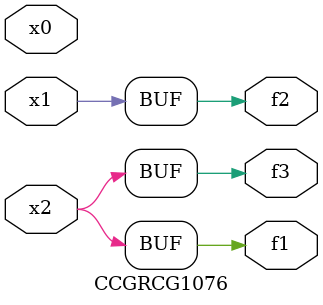
<source format=v>
module CCGRCG1076(
	input x0, x1, x2,
	output f1, f2, f3
);
	assign f1 = x2;
	assign f2 = x1;
	assign f3 = x2;
endmodule

</source>
